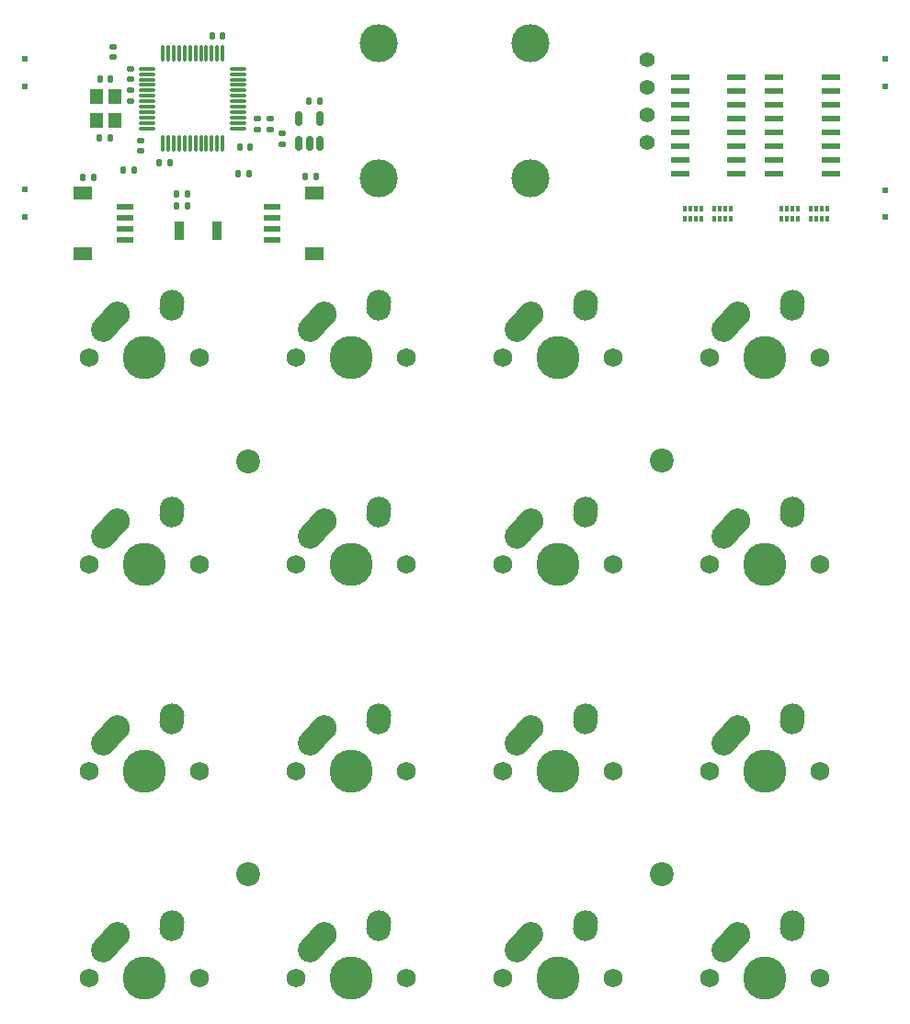
<source format=gbr>
%TF.GenerationSoftware,KiCad,Pcbnew,(6.0.7)*%
%TF.CreationDate,2022-09-25T11:51:51-07:00*%
%TF.ProjectId,ModularKeyboard_Main,4d6f6475-6c61-4724-9b65-79626f617264,0.1*%
%TF.SameCoordinates,Original*%
%TF.FileFunction,Soldermask,Bot*%
%TF.FilePolarity,Negative*%
%FSLAX46Y46*%
G04 Gerber Fmt 4.6, Leading zero omitted, Abs format (unit mm)*
G04 Created by KiCad (PCBNEW (6.0.7)) date 2022-09-25 11:51:51*
%MOMM*%
%LPD*%
G01*
G04 APERTURE LIST*
G04 Aperture macros list*
%AMRoundRect*
0 Rectangle with rounded corners*
0 $1 Rounding radius*
0 $2 $3 $4 $5 $6 $7 $8 $9 X,Y pos of 4 corners*
0 Add a 4 corners polygon primitive as box body*
4,1,4,$2,$3,$4,$5,$6,$7,$8,$9,$2,$3,0*
0 Add four circle primitives for the rounded corners*
1,1,$1+$1,$2,$3*
1,1,$1+$1,$4,$5*
1,1,$1+$1,$6,$7*
1,1,$1+$1,$8,$9*
0 Add four rect primitives between the rounded corners*
20,1,$1+$1,$2,$3,$4,$5,0*
20,1,$1+$1,$4,$5,$6,$7,0*
20,1,$1+$1,$6,$7,$8,$9,0*
20,1,$1+$1,$8,$9,$2,$3,0*%
%AMHorizOval*
0 Thick line with rounded ends*
0 $1 width*
0 $2 $3 position (X,Y) of the first rounded end (center of the circle)*
0 $4 $5 position (X,Y) of the second rounded end (center of the circle)*
0 Add line between two ends*
20,1,$1,$2,$3,$4,$5,0*
0 Add two circle primitives to create the rounded ends*
1,1,$1,$2,$3*
1,1,$1,$4,$5*%
G04 Aperture macros list end*
%ADD10C,1.750000*%
%ADD11C,3.987800*%
%ADD12C,2.250000*%
%ADD13HorizOval,2.250000X0.655001X0.730000X-0.655001X-0.730000X0*%
%ADD14HorizOval,2.250000X0.020000X0.290000X-0.020000X-0.290000X0*%
%ADD15C,3.500000*%
%ADD16C,0.610000*%
%ADD17C,2.200000*%
%ADD18C,1.397000*%
%ADD19R,0.400000X0.500000*%
%ADD20R,0.300000X0.500000*%
%ADD21RoundRect,0.140000X0.170000X-0.140000X0.170000X0.140000X-0.170000X0.140000X-0.170000X-0.140000X0*%
%ADD22RoundRect,0.135000X-0.185000X0.135000X-0.185000X-0.135000X0.185000X-0.135000X0.185000X0.135000X0*%
%ADD23R,1.701800X0.533400*%
%ADD24RoundRect,0.150000X0.150000X-0.512500X0.150000X0.512500X-0.150000X0.512500X-0.150000X-0.512500X0*%
%ADD25RoundRect,0.140000X-0.140000X-0.170000X0.140000X-0.170000X0.140000X0.170000X-0.140000X0.170000X0*%
%ADD26RoundRect,0.140000X0.140000X0.170000X-0.140000X0.170000X-0.140000X-0.170000X0.140000X-0.170000X0*%
%ADD27RoundRect,0.135000X0.135000X0.185000X-0.135000X0.185000X-0.135000X-0.185000X0.135000X-0.185000X0*%
%ADD28RoundRect,0.075000X-0.662500X-0.075000X0.662500X-0.075000X0.662500X0.075000X-0.662500X0.075000X0*%
%ADD29RoundRect,0.075000X-0.075000X-0.662500X0.075000X-0.662500X0.075000X0.662500X-0.075000X0.662500X0*%
%ADD30RoundRect,0.140000X-0.170000X0.140000X-0.170000X-0.140000X0.170000X-0.140000X0.170000X0.140000X0*%
%ADD31R,1.200000X1.400000*%
%ADD32RoundRect,0.135000X-0.135000X-0.185000X0.135000X-0.185000X0.135000X0.185000X-0.135000X0.185000X0*%
%ADD33R,1.550000X0.600000*%
%ADD34R,1.800000X1.200000*%
%ADD35R,0.900000X1.700000*%
G04 APERTURE END LIST*
D10*
%TO.C,SW12*%
X210880000Y-85600000D03*
X200720000Y-85600000D03*
D11*
X205800000Y-85600000D03*
D12*
X203300000Y-81600000D03*
D13*
X202645001Y-82330000D03*
D14*
X208320000Y-80810000D03*
D12*
X208340000Y-80520000D03*
%TD*%
D15*
%TO.C,MH3*%
X170225000Y-69125000D03*
%TD*%
%TO.C,MH1*%
X170225000Y-56625000D03*
%TD*%
D11*
%TO.C,SW1*%
X148650000Y-104650000D03*
D10*
X153730000Y-104650000D03*
X143570000Y-104650000D03*
D12*
X146150000Y-100650000D03*
D13*
X145495001Y-101380000D03*
D12*
X151190000Y-99570000D03*
D14*
X151170000Y-99860000D03*
%TD*%
D16*
%TO.C,J3*%
X137650000Y-72640000D03*
X137650000Y-70140000D03*
%TD*%
D10*
%TO.C,SW3*%
X143570000Y-142750000D03*
D11*
X148650000Y-142750000D03*
D10*
X153730000Y-142750000D03*
D13*
X145495001Y-139480000D03*
D12*
X146150000Y-138750000D03*
X151190000Y-137670000D03*
D14*
X151170000Y-137960000D03*
%TD*%
D10*
%TO.C,SW9*%
X181670000Y-104650000D03*
D11*
X186750000Y-104650000D03*
D10*
X191830000Y-104650000D03*
D12*
X184250000Y-100650000D03*
D13*
X183595001Y-101380000D03*
D12*
X189290000Y-99570000D03*
D14*
X189270000Y-99860000D03*
%TD*%
D10*
%TO.C,SW8*%
X181670000Y-85600000D03*
X191830000Y-85600000D03*
D11*
X186750000Y-85600000D03*
D12*
X184250000Y-81600000D03*
D13*
X183595001Y-82330000D03*
D14*
X189270000Y-80810000D03*
D12*
X189290000Y-80520000D03*
%TD*%
D10*
%TO.C,SW13*%
X210880000Y-104650000D03*
D11*
X205800000Y-104650000D03*
D10*
X200720000Y-104650000D03*
D13*
X202645001Y-101380000D03*
D12*
X203300000Y-100650000D03*
X208340000Y-99570000D03*
D14*
X208320000Y-99860000D03*
%TD*%
D17*
%TO.C,H2*%
X196275000Y-133200000D03*
%TD*%
D16*
%TO.C,J4*%
X216850000Y-58100000D03*
X216850000Y-60600000D03*
%TD*%
D10*
%TO.C,SW0*%
X153730004Y-85600003D03*
D11*
X148650004Y-85600003D03*
D10*
X143570004Y-85600003D03*
D12*
X146150004Y-81600003D03*
D13*
X145495005Y-82330003D03*
D14*
X151170004Y-80810003D03*
D12*
X151190004Y-80520003D03*
%TD*%
D10*
%TO.C,SW5*%
X172780004Y-104650003D03*
D11*
X167700004Y-104650003D03*
D10*
X162620004Y-104650003D03*
D13*
X164545005Y-101380003D03*
D12*
X165200004Y-100650003D03*
X170240004Y-99570003D03*
D14*
X170220004Y-99860003D03*
%TD*%
D15*
%TO.C,MH4*%
X184225000Y-69125000D03*
%TD*%
D18*
%TO.C,OL1*%
X194925000Y-65835000D03*
X194925000Y-63295000D03*
X194925000Y-60755000D03*
X194925000Y-58215000D03*
%TD*%
D11*
%TO.C,SW15*%
X205800004Y-142750003D03*
D10*
X200720004Y-142750003D03*
X210880004Y-142750003D03*
D13*
X202645005Y-139480003D03*
D12*
X203300004Y-138750003D03*
D14*
X208320004Y-137960003D03*
D12*
X208340004Y-137670003D03*
%TD*%
D11*
%TO.C,SW2*%
X148650000Y-123700000D03*
D10*
X153730000Y-123700000D03*
X143570000Y-123700000D03*
D12*
X146150000Y-119700000D03*
D13*
X145495001Y-120430000D03*
D12*
X151190000Y-118620000D03*
D14*
X151170000Y-118910000D03*
%TD*%
D16*
%TO.C,J2*%
X137650000Y-58100000D03*
X137650000Y-60600000D03*
%TD*%
D17*
%TO.C,H1*%
X196275000Y-95125000D03*
%TD*%
%TO.C,H4*%
X158180000Y-133215000D03*
%TD*%
D16*
%TO.C,J1*%
X216850000Y-72660000D03*
X216850000Y-70160000D03*
%TD*%
D11*
%TO.C,SW14*%
X205800000Y-123700000D03*
D10*
X210880000Y-123700000D03*
X200720000Y-123700000D03*
D12*
X203300000Y-119700000D03*
D13*
X202645001Y-120430000D03*
D12*
X208340000Y-118620000D03*
D14*
X208320000Y-118910000D03*
%TD*%
D11*
%TO.C,SW6*%
X167700000Y-123700000D03*
D10*
X162620000Y-123700000D03*
X172780000Y-123700000D03*
D13*
X164545001Y-120430000D03*
D12*
X165200000Y-119700000D03*
X170240000Y-118620000D03*
D14*
X170220000Y-118910000D03*
%TD*%
D15*
%TO.C,MH2*%
X184225000Y-56625000D03*
%TD*%
D10*
%TO.C,SW4*%
X172780004Y-85600003D03*
D11*
X167700004Y-85600003D03*
D10*
X162620004Y-85600003D03*
D12*
X165200004Y-81600003D03*
D13*
X164545005Y-82330003D03*
D14*
X170220004Y-80810003D03*
D12*
X170240004Y-80520003D03*
%TD*%
D11*
%TO.C,SW11*%
X186730000Y-142750000D03*
D10*
X181650000Y-142750000D03*
X191810000Y-142750000D03*
D12*
X184230000Y-138750000D03*
D13*
X183575001Y-139480000D03*
D14*
X189250000Y-137960000D03*
D12*
X189270000Y-137670000D03*
%TD*%
D10*
%TO.C,SW10*%
X181670004Y-123700003D03*
X191830004Y-123700003D03*
D11*
X186750004Y-123700003D03*
D13*
X183595005Y-120430003D03*
D12*
X184250004Y-119700003D03*
X189290004Y-118620003D03*
D14*
X189270004Y-118910003D03*
%TD*%
D10*
%TO.C,SW7*%
X172780000Y-142750000D03*
D11*
X167700000Y-142750000D03*
D10*
X162620000Y-142750000D03*
D12*
X165200000Y-138750000D03*
D13*
X164545001Y-139480000D03*
D14*
X170220000Y-137960000D03*
D12*
X170240000Y-137670000D03*
%TD*%
D17*
%TO.C,H3*%
X158180000Y-95145000D03*
%TD*%
D19*
%TO.C,RN4*%
X210050000Y-71850000D03*
D20*
X210550000Y-71850000D03*
X211050000Y-71850000D03*
D19*
X211550000Y-71850000D03*
X211550000Y-72850000D03*
D20*
X211050000Y-72850000D03*
X210550000Y-72850000D03*
D19*
X210050000Y-72850000D03*
%TD*%
D21*
%TO.C,C7*%
X145750000Y-57930000D03*
X145750000Y-56970000D03*
%TD*%
D22*
%TO.C,R5*%
X147350000Y-60940000D03*
X147350000Y-61960000D03*
%TD*%
D23*
%TO.C,U3*%
X211849330Y-59755000D03*
X211849330Y-61025000D03*
X211849330Y-62295000D03*
X211849330Y-63565000D03*
X211849330Y-64835000D03*
X211849330Y-66105000D03*
X211849330Y-67375000D03*
X211849330Y-68645000D03*
X206667730Y-68645000D03*
X206667730Y-67375000D03*
X206667730Y-66105000D03*
X206667730Y-64835000D03*
X206667730Y-63565000D03*
X206667730Y-62295000D03*
X206667730Y-61025000D03*
X206667730Y-59755000D03*
%TD*%
D24*
%TO.C,U4*%
X164800000Y-65887500D03*
X163850000Y-65887500D03*
X162900000Y-65887500D03*
X162900000Y-63612500D03*
X164800000Y-63612500D03*
%TD*%
D25*
%TO.C,C8*%
X151620000Y-70550000D03*
X152580000Y-70550000D03*
%TD*%
D26*
%TO.C,C3*%
X155830000Y-56000000D03*
X154870000Y-56000000D03*
%TD*%
D27*
%TO.C,R1*%
X152620000Y-71600000D03*
X151600000Y-71600000D03*
%TD*%
D28*
%TO.C,U2*%
X148937500Y-64500000D03*
X148937500Y-64000000D03*
X148937500Y-63500000D03*
X148937500Y-63000000D03*
X148937500Y-62500000D03*
X148937500Y-62000000D03*
X148937500Y-61500000D03*
X148937500Y-61000000D03*
X148937500Y-60500000D03*
X148937500Y-60000000D03*
X148937500Y-59500000D03*
X148937500Y-59000000D03*
D29*
X150350000Y-57587500D03*
X150850000Y-57587500D03*
X151350000Y-57587500D03*
X151850000Y-57587500D03*
X152350000Y-57587500D03*
X152850000Y-57587500D03*
X153350000Y-57587500D03*
X153850000Y-57587500D03*
X154350000Y-57587500D03*
X154850000Y-57587500D03*
X155350000Y-57587500D03*
X155850000Y-57587500D03*
D28*
X157262500Y-59000000D03*
X157262500Y-59500000D03*
X157262500Y-60000000D03*
X157262500Y-60500000D03*
X157262500Y-61000000D03*
X157262500Y-61500000D03*
X157262500Y-62000000D03*
X157262500Y-62500000D03*
X157262500Y-63000000D03*
X157262500Y-63500000D03*
X157262500Y-64000000D03*
X157262500Y-64500000D03*
D29*
X155850000Y-65912500D03*
X155350000Y-65912500D03*
X154850000Y-65912500D03*
X154350000Y-65912500D03*
X153850000Y-65912500D03*
X153350000Y-65912500D03*
X152850000Y-65912500D03*
X152350000Y-65912500D03*
X151850000Y-65912500D03*
X151350000Y-65912500D03*
X150850000Y-65912500D03*
X150350000Y-65912500D03*
%TD*%
D30*
%TO.C,C2*%
X148300000Y-65620000D03*
X148300000Y-66580000D03*
%TD*%
D31*
%TO.C,HSE1*%
X144200000Y-63750000D03*
X144200000Y-61550000D03*
X145900000Y-61550000D03*
X145900000Y-63750000D03*
%TD*%
D21*
%TO.C,C11*%
X161350000Y-65930000D03*
X161350000Y-64970000D03*
%TD*%
D26*
%TO.C,C10*%
X145530000Y-59950000D03*
X144570000Y-59950000D03*
%TD*%
D19*
%TO.C,RN2*%
X201150000Y-71850000D03*
D20*
X201650000Y-71850000D03*
X202150000Y-71850000D03*
D19*
X202650000Y-71850000D03*
X202650000Y-72850000D03*
D20*
X202150000Y-72850000D03*
X201650000Y-72850000D03*
D19*
X201150000Y-72850000D03*
%TD*%
D25*
%TO.C,C12*%
X163820000Y-62000000D03*
X164780000Y-62000000D03*
%TD*%
%TO.C,C5*%
X150020000Y-67650000D03*
X150980000Y-67650000D03*
%TD*%
D19*
%TO.C,RN3*%
X207350000Y-71850000D03*
D20*
X207850000Y-71850000D03*
X208350000Y-71850000D03*
D19*
X208850000Y-71850000D03*
X208850000Y-72850000D03*
D20*
X208350000Y-72850000D03*
X207850000Y-72850000D03*
D19*
X207350000Y-72850000D03*
%TD*%
D26*
%TO.C,C1*%
X147680000Y-68350000D03*
X146720000Y-68350000D03*
%TD*%
D22*
%TO.C,R2*%
X160250000Y-63590000D03*
X160250000Y-64610000D03*
%TD*%
D32*
%TO.C,R6*%
X163490000Y-68950000D03*
X164510000Y-68950000D03*
%TD*%
D33*
%TO.C,J5*%
X160450000Y-71750000D03*
X160450000Y-72750000D03*
X160450000Y-73750000D03*
X160450000Y-74750000D03*
D34*
X164325000Y-70450000D03*
X164325000Y-76050000D03*
%TD*%
D21*
%TO.C,C6*%
X147350000Y-59980000D03*
X147350000Y-59020000D03*
%TD*%
D22*
%TO.C,R3*%
X159050000Y-63590000D03*
X159050000Y-64610000D03*
%TD*%
D35*
%TO.C,SW16*%
X155300000Y-73925000D03*
X151900000Y-73925000D03*
%TD*%
D32*
%TO.C,R4*%
X157240000Y-68650000D03*
X158260000Y-68650000D03*
%TD*%
D25*
%TO.C,C9*%
X144520000Y-65350000D03*
X145480000Y-65350000D03*
%TD*%
D27*
%TO.C,R7*%
X144010000Y-69000000D03*
X142990000Y-69000000D03*
%TD*%
D19*
%TO.C,RN1*%
X198450000Y-71850000D03*
D20*
X198950000Y-71850000D03*
X199450000Y-71850000D03*
D19*
X199950000Y-71850000D03*
X199950000Y-72850000D03*
D20*
X199450000Y-72850000D03*
X198950000Y-72850000D03*
D19*
X198450000Y-72850000D03*
%TD*%
D33*
%TO.C,J6*%
X146850000Y-74750000D03*
X146850000Y-73750000D03*
X146850000Y-72750000D03*
X146850000Y-71750000D03*
D34*
X142975000Y-76050000D03*
X142975000Y-70450000D03*
%TD*%
D26*
%TO.C,C4*%
X158380000Y-66200000D03*
X157420000Y-66200000D03*
%TD*%
D23*
%TO.C,U1*%
X203190800Y-59755000D03*
X203190800Y-61025000D03*
X203190800Y-62295000D03*
X203190800Y-63565000D03*
X203190800Y-64835000D03*
X203190800Y-66105000D03*
X203190800Y-67375000D03*
X203190800Y-68645000D03*
X198009200Y-68645000D03*
X198009200Y-67375000D03*
X198009200Y-66105000D03*
X198009200Y-64835000D03*
X198009200Y-63565000D03*
X198009200Y-62295000D03*
X198009200Y-61025000D03*
X198009200Y-59755000D03*
%TD*%
M02*

</source>
